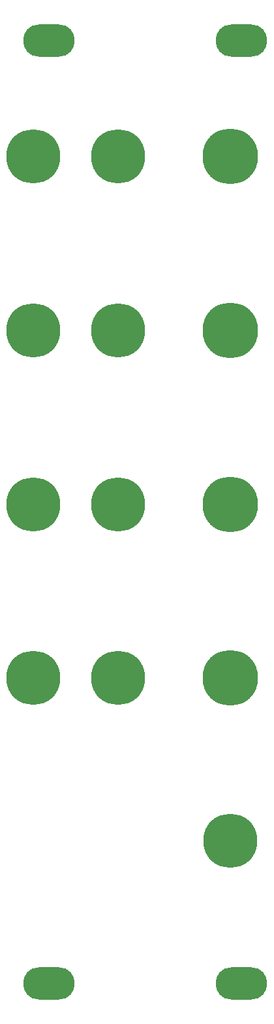
<source format=gbl>
G04 #@! TF.GenerationSoftware,KiCad,Pcbnew,(6.0.0)*
G04 #@! TF.CreationDate,2022-02-14T14:22:26+01:00*
G04 #@! TF.ProjectId,Basic-mixer,42617369-632d-46d6-9978-65722e6b6963,rev?*
G04 #@! TF.SameCoordinates,Original*
G04 #@! TF.FileFunction,Copper,L2,Bot*
G04 #@! TF.FilePolarity,Positive*
%FSLAX46Y46*%
G04 Gerber Fmt 4.6, Leading zero omitted, Abs format (unit mm)*
G04 Created by KiCad (PCBNEW (6.0.0)) date 2022-02-14 14:22:26*
%MOMM*%
%LPD*%
G01*
G04 APERTURE LIST*
G04 #@! TA.AperFunction,ComponentPad*
%ADD10O,6.700000X4.200000*%
G04 #@! TD*
G04 #@! TA.AperFunction,ViaPad*
%ADD11C,7.000000*%
G04 #@! TD*
G04 #@! TA.AperFunction,ViaPad*
%ADD12C,7.200000*%
G04 #@! TD*
G04 APERTURE END LIST*
D10*
X79500000Y-25000000D03*
X79500000Y-147000000D03*
X104500000Y-147000000D03*
X104500000Y-25000000D03*
D11*
X103000000Y-128550000D03*
D12*
X103000000Y-107500000D03*
D11*
X77500000Y-62500000D03*
D12*
X103000000Y-85000000D03*
D11*
X77500000Y-107500000D03*
X77500000Y-85000000D03*
X88500000Y-107500000D03*
X88500000Y-62500000D03*
D12*
X103000000Y-40000000D03*
D11*
X88500000Y-40000000D03*
X77500000Y-40000000D03*
D12*
X103000000Y-62500000D03*
D11*
X88500000Y-85000000D03*
M02*

</source>
